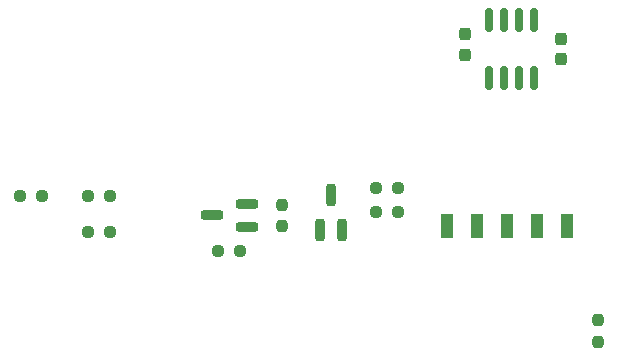
<source format=gbp>
G04 #@! TF.GenerationSoftware,KiCad,Pcbnew,9.0.6*
G04 #@! TF.CreationDate,2026-01-15T23:38:00-05:00*
G04 #@! TF.ProjectId,telemetry_transmitter,74656c65-6d65-4747-9279-5f7472616e73,rev?*
G04 #@! TF.SameCoordinates,Original*
G04 #@! TF.FileFunction,Paste,Bot*
G04 #@! TF.FilePolarity,Positive*
%FSLAX46Y46*%
G04 Gerber Fmt 4.6, Leading zero omitted, Abs format (unit mm)*
G04 Created by KiCad (PCBNEW 9.0.6) date 2026-01-15 23:38:00*
%MOMM*%
%LPD*%
G01*
G04 APERTURE LIST*
G04 Aperture macros list*
%AMRoundRect*
0 Rectangle with rounded corners*
0 $1 Rounding radius*
0 $2 $3 $4 $5 $6 $7 $8 $9 X,Y pos of 4 corners*
0 Add a 4 corners polygon primitive as box body*
4,1,4,$2,$3,$4,$5,$6,$7,$8,$9,$2,$3,0*
0 Add four circle primitives for the rounded corners*
1,1,$1+$1,$2,$3*
1,1,$1+$1,$4,$5*
1,1,$1+$1,$6,$7*
1,1,$1+$1,$8,$9*
0 Add four rect primitives between the rounded corners*
20,1,$1+$1,$2,$3,$4,$5,0*
20,1,$1+$1,$4,$5,$6,$7,0*
20,1,$1+$1,$6,$7,$8,$9,0*
20,1,$1+$1,$8,$9,$2,$3,0*%
G04 Aperture macros list end*
%ADD10RoundRect,0.237500X-0.250000X-0.237500X0.250000X-0.237500X0.250000X0.237500X-0.250000X0.237500X0*%
%ADD11RoundRect,0.237500X-0.237500X0.300000X-0.237500X-0.300000X0.237500X-0.300000X0.237500X0.300000X0*%
%ADD12RoundRect,0.237500X0.237500X-0.300000X0.237500X0.300000X-0.237500X0.300000X-0.237500X-0.300000X0*%
%ADD13RoundRect,0.237500X-0.237500X0.250000X-0.237500X-0.250000X0.237500X-0.250000X0.237500X0.250000X0*%
%ADD14RoundRect,0.150000X0.150000X-0.825000X0.150000X0.825000X-0.150000X0.825000X-0.150000X-0.825000X0*%
%ADD15RoundRect,0.200000X0.750000X0.200000X-0.750000X0.200000X-0.750000X-0.200000X0.750000X-0.200000X0*%
%ADD16RoundRect,0.200000X0.200000X-0.750000X0.200000X0.750000X-0.200000X0.750000X-0.200000X-0.750000X0*%
%ADD17RoundRect,0.237500X0.237500X-0.250000X0.237500X0.250000X-0.237500X0.250000X-0.237500X-0.250000X0*%
%ADD18R,1.000000X2.000000*%
%ADD19RoundRect,0.237500X0.250000X0.237500X-0.250000X0.237500X-0.250000X-0.237500X0.250000X-0.237500X0*%
G04 APERTURE END LIST*
D10*
G04 #@! TO.C,R7*
X141378300Y-120446800D03*
X143203300Y-120446800D03*
G04 #@! TD*
D11*
G04 #@! TO.C,C4*
X148894800Y-107392300D03*
X148894800Y-109117300D03*
G04 #@! TD*
D12*
G04 #@! TO.C,C5*
X157022800Y-109498300D03*
X157022800Y-107773300D03*
G04 #@! TD*
D10*
G04 #@! TO.C,R1*
X111279300Y-121081800D03*
X113104300Y-121081800D03*
G04 #@! TD*
D13*
G04 #@! TO.C,R4*
X160197800Y-131599300D03*
X160197800Y-133424300D03*
G04 #@! TD*
D14*
G04 #@! TO.C,U2*
X154736800Y-111110800D03*
X153466800Y-111110800D03*
X152196800Y-111110800D03*
X150926800Y-111110800D03*
X150926800Y-106160800D03*
X152196800Y-106160800D03*
X153466800Y-106160800D03*
X154736800Y-106160800D03*
G04 #@! TD*
D10*
G04 #@! TO.C,R5*
X128043300Y-125780800D03*
X129868300Y-125780800D03*
G04 #@! TD*
D15*
G04 #@! TO.C,Q1*
X130455800Y-121782800D03*
X130455800Y-123682800D03*
X127455800Y-122732800D03*
G04 #@! TD*
D10*
G04 #@! TO.C,R2*
X116994300Y-121081800D03*
X118819300Y-121081800D03*
G04 #@! TD*
D16*
G04 #@! TO.C,Q2*
X138541800Y-123978800D03*
X136641800Y-123978800D03*
X137591800Y-120978800D03*
G04 #@! TD*
D17*
G04 #@! TO.C,R6*
X133400800Y-123645300D03*
X133400800Y-121820300D03*
G04 #@! TD*
D18*
G04 #@! TO.C,J1*
X147370800Y-123587300D03*
X149910800Y-123587300D03*
X152450800Y-123587300D03*
X154990800Y-123587300D03*
X157530800Y-123587300D03*
G04 #@! TD*
D19*
G04 #@! TO.C,R8*
X143203300Y-122478800D03*
X141378300Y-122478800D03*
G04 #@! TD*
D10*
G04 #@! TO.C,R3*
X116994300Y-124129800D03*
X118819300Y-124129800D03*
G04 #@! TD*
M02*

</source>
